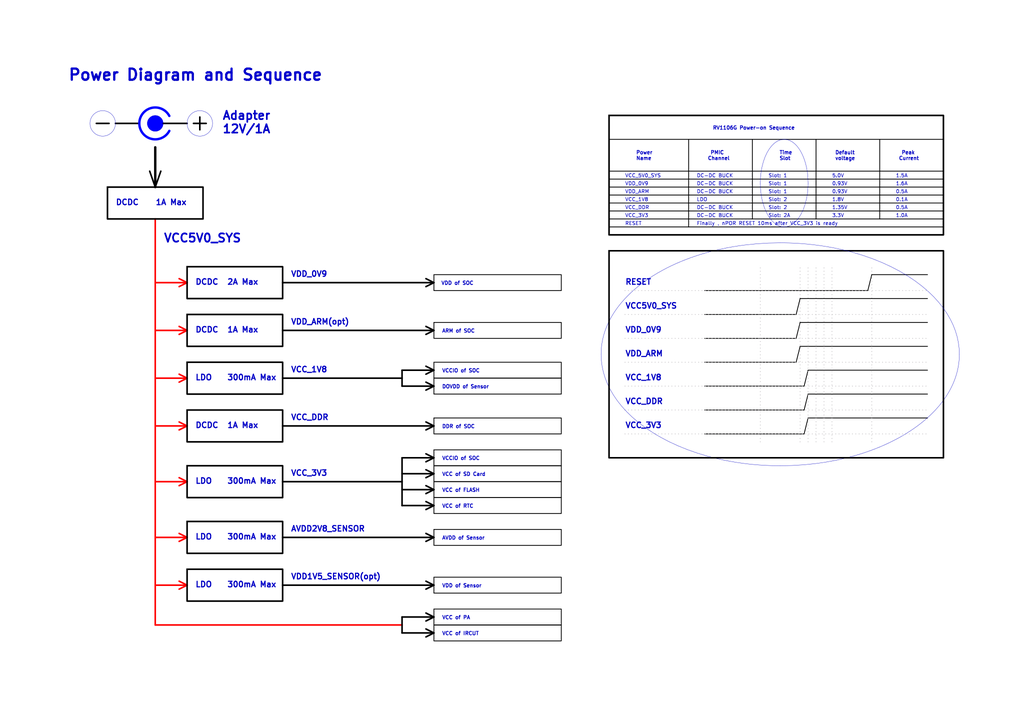
<source format=kicad_sch>
(kicad_sch
	(version 20250114)
	(generator "eeschema")
	(generator_version "9.0")
	(uuid "ead4bb77-1d80-43a1-9205-a84aca9a3201")
	(paper "User" 326.7 231)
	(lib_symbols)
	(rectangle
		(start 90.17 85.09)
		(end 59.69 95.25)
		(stroke
			(width 0.508)
			(type solid)
			(color 0 0 0 1)
		)
		(fill
			(type none)
		)
		(uuid 02864283-096f-4085-88bc-70015e26d6f2)
	)
	(rectangle
		(start 179.07 102.87)
		(end 138.43 107.95)
		(stroke
			(width 0.254)
			(type solid)
			(color 0 0 0 1)
		)
		(fill
			(type none)
		)
		(uuid 07d28281-0304-41cb-a34d-77709f5de818)
	)
	(rectangle
		(start 90.17 115.57)
		(end 59.69 125.73)
		(stroke
			(width 0.508)
			(type solid)
			(color 0 0 0 1)
		)
		(fill
			(type none)
		)
		(uuid 0f82d51f-bb53-4d33-95d8-866b0095a431)
	)
	(rectangle
		(start 179.07 153.67)
		(end 138.43 158.75)
		(stroke
			(width 0.254)
			(type solid)
			(color 0 0 0 1)
		)
		(fill
			(type none)
		)
		(uuid 1900cb85-1193-4b01-a2c2-064e0672859c)
	)
	(bezier
		(pts
			(xy 250.19 44.45) (xy 245.9815 44.45) (xy 242.57 50.7045) (xy 242.57 58.42)
		)
		(stroke
			(width 0.0254)
			(type solid)
		)
		(fill
			(type none)
		)
		(uuid 29edc5d3-d9ac-444d-be5a-369d7f3a4962)
	)
	(rectangle
		(start 179.07 143.51)
		(end 138.43 148.59)
		(stroke
			(width 0.254)
			(type solid)
			(color 0 0 0 1)
		)
		(fill
			(type none)
		)
		(uuid 354c17c2-d72c-447b-8e83-80870f013e47)
	)
	(rectangle
		(start 90.17 166.37)
		(end 59.69 176.53)
		(stroke
			(width 0.508)
			(type solid)
			(color 0 0 0 1)
		)
		(fill
			(type none)
		)
		(uuid 3b42b6bb-4db7-404c-8845-ac2d91f80574)
	)
	(rectangle
		(start 179.07 199.39)
		(end 138.43 204.47)
		(stroke
			(width 0.254)
			(type solid)
			(color 0 0 0 1)
		)
		(fill
			(type none)
		)
		(uuid 4a0588c0-7b20-4870-9a77-005e400a5d34)
	)
	(bezier
		(pts
			(xy 257.81 58.42) (xy 257.81 50.7045) (xy 254.3984 44.45) (xy 250.19 44.45)
		)
		(stroke
			(width 0.0254)
			(type solid)
		)
		(fill
			(type none)
		)
		(uuid 4c58c906-5332-4d6c-959f-066bc49e2d01)
	)
	(rectangle
		(start 179.07 158.75)
		(end 138.43 163.83)
		(stroke
			(width 0.254)
			(type solid)
			(color 0 0 0 1)
		)
		(fill
			(type none)
		)
		(uuid 5efb2271-d64c-4708-a727-c322a41d1ecd)
	)
	(rectangle
		(start 300.99 36.83)
		(end 194.31 74.93)
		(stroke
			(width 0.508)
			(type solid)
			(color 0 0 0 1)
		)
		(fill
			(type none)
		)
		(uuid 62d7358c-e14d-4e53-87cb-41089f441fe9)
	)
	(circle
		(center 63.754 39.37)
		(radius 4.064)
		(stroke
			(width 0.0001)
			(type solid)
		)
		(fill
			(type none)
		)
		(uuid 6ad21ce3-6c09-4efa-b8c3-9fe815aaee40)
	)
	(rectangle
		(start 90.17 100.33)
		(end 59.69 110.49)
		(stroke
			(width 0.508)
			(type solid)
			(color 0 0 0 1)
		)
		(fill
			(type none)
		)
		(uuid 71f4cab9-fe68-4b2c-a7b0-d2f1617ee25e)
	)
	(rectangle
		(start 179.07 184.15)
		(end 138.43 189.23)
		(stroke
			(width 0.254)
			(type solid)
			(color 0 0 0 1)
		)
		(fill
			(type none)
		)
		(uuid 789484bd-5e11-4695-aab3-9443d62f41da)
	)
	(rectangle
		(start 179.07 115.57)
		(end 138.43 120.65)
		(stroke
			(width 0.254)
			(type solid)
			(color 0 0 0 1)
		)
		(fill
			(type none)
		)
		(uuid 7b3071dc-160f-49b8-83f7-8964bf9afc0a)
	)
	(rectangle
		(start 179.07 87.63)
		(end 138.43 92.71)
		(stroke
			(width 0.254)
			(type solid)
			(color 0 0 0 1)
		)
		(fill
			(type none)
		)
		(uuid 7bebf72d-c720-4c94-bddb-cfd3be8f3406)
	)
	(bezier
		(pts
			(xy 248.92 148.59) (xy 280.483 148.59) (xy 306.07 132.6692) (xy 306.07 113.03)
		)
		(stroke
			(width 0.0254)
			(type solid)
		)
		(fill
			(type none)
		)
		(uuid 80b4819b-ec53-4858-b454-bdc3512f2d73)
	)
	(rectangle
		(start 179.07 148.59)
		(end 138.43 153.67)
		(stroke
			(width 0.254)
			(type solid)
			(color 0 0 0 1)
		)
		(fill
			(type none)
		)
		(uuid 813d3a85-ec67-452b-ae7f-abbca0be17db)
	)
	(bezier
		(pts
			(xy 242.57 58.42) (xy 242.57 66.1354) (xy 245.9815 72.39) (xy 250.19 72.39)
		)
		(stroke
			(width 0.0254)
			(type solid)
		)
		(fill
			(type none)
		)
		(uuid 8725196f-e32d-472e-adab-823cdecbc525)
	)
	(arc
		(start 54.0197 41.7468)
		(mid 44.45 39.37)
		(end 54.0197 36.9932)
		(stroke
			(width 0.762)
			(type solid)
			(color 0 0 255 1)
		)
		(fill
			(type none)
		)
		(uuid 92771934-a190-4e69-9c85-9ac551e55e8a)
	)
	(rectangle
		(start 179.07 194.31)
		(end 138.43 199.39)
		(stroke
			(width 0.254)
			(type solid)
			(color 0 0 0 1)
		)
		(fill
			(type none)
		)
		(uuid 931aa0e8-4fe9-4095-9710-8e526b18fbd8)
	)
	(circle
		(center 32.766 39.37)
		(radius 4.064)
		(stroke
			(width 0.0001)
			(type solid)
		)
		(fill
			(type none)
		)
		(uuid 9b7dee85-e2b3-4b91-bcc6-919a1964c3ae)
	)
	(rectangle
		(start 90.17 148.59)
		(end 59.69 158.75)
		(stroke
			(width 0.508)
			(type solid)
			(color 0 0 0 1)
		)
		(fill
			(type none)
		)
		(uuid a0b184e3-7614-409c-a259-6c2e2e071c23)
	)
	(rectangle
		(start 64.77 59.69)
		(end 34.29 69.85)
		(stroke
			(width 0.508)
			(type solid)
			(color 0 0 0 1)
		)
		(fill
			(type none)
		)
		(uuid b1e3d437-e7f3-4068-b1e9-a405ed2374ca)
	)
	(rectangle
		(start 90.17 130.81)
		(end 59.69 140.97)
		(stroke
			(width 0.508)
			(type solid)
			(color 0 0 0 1)
		)
		(fill
			(type none)
		)
		(uuid b64de61c-e5b6-474b-80f9-b5aba1288bf1)
	)
	(rectangle
		(start 300.99 80.01)
		(end 194.31 146.05)
		(stroke
			(width 0.508)
			(type solid)
			(color 0 0 0 1)
		)
		(fill
			(type none)
		)
		(uuid bfdf8e03-c5da-4576-9801-226105eeb6c2)
	)
	(rectangle
		(start 179.07 120.65)
		(end 138.43 125.73)
		(stroke
			(width 0.254)
			(type solid)
			(color 0 0 0 1)
		)
		(fill
			(type none)
		)
		(uuid c1248131-6f5c-47e5-bb4e-9bd3e916da17)
	)
	(bezier
		(pts
			(xy 248.92 77.47) (xy 217.3569 77.47) (xy 191.77 93.3907) (xy 191.77 113.03)
		)
		(stroke
			(width 0.0254)
			(type solid)
		)
		(fill
			(type none)
		)
		(uuid d0cd4f33-5198-46e7-9924-4426e2f88283)
	)
	(bezier
		(pts
			(xy 306.07 113.03) (xy 306.07 93.3907) (xy 280.483 77.47) (xy 248.92 77.47)
		)
		(stroke
			(width 0.0254)
			(type solid)
		)
		(fill
			(type none)
		)
		(uuid d1ded723-6f88-4305-ba5e-d727707622d9)
	)
	(bezier
		(pts
			(xy 191.77 113.03) (xy 191.77 132.6692) (xy 217.3569 148.59) (xy 248.92 148.59)
		)
		(stroke
			(width 0.0254)
			(type solid)
		)
		(fill
			(type none)
		)
		(uuid e02be9ff-35bb-439d-ac8f-a4520e674092)
	)
	(bezier
		(pts
			(xy 250.19 72.39) (xy 254.3984 72.39) (xy 257.81 66.1354) (xy 257.81 58.42)
		)
		(stroke
			(width 0.0254)
			(type solid)
		)
		(fill
			(type none)
		)
		(uuid eb200cb2-cc75-4129-b07a-333a6b777fe5)
	)
	(circle
		(center 49.53 39.37)
		(radius 2.54)
		(stroke
			(width 0.0001)
			(type solid)
		)
		(fill
			(type color)
			(color 0 0 255 1)
		)
		(uuid f2bb3e27-9f7e-4848-8293-554ad711c249)
	)
	(rectangle
		(start 90.17 181.61)
		(end 59.69 191.77)
		(stroke
			(width 0.508)
			(type solid)
			(color 0 0 0 1)
		)
		(fill
			(type none)
		)
		(uuid f6b8b210-2fb6-4595-9691-b54785fe7889)
	)
	(rectangle
		(start 179.07 168.91)
		(end 138.43 173.99)
		(stroke
			(width 0.254)
			(type solid)
			(color 0 0 0 1)
		)
		(fill
			(type none)
		)
		(uuid f955ec7f-2f97-4a03-852d-30f56f5f5091)
	)
	(rectangle
		(start 179.07 133.35)
		(end 138.43 138.43)
		(stroke
			(width 0.254)
			(type solid)
			(color 0 0 0 1)
		)
		(fill
			(type none)
		)
		(uuid fb41becc-d881-4551-9b92-884bc0247aa2)
	)
	(text "VCC_1V8"
		(exclude_from_sim no)
		(at 199.39 64.516 0)
		(effects
			(font
				(size 1.143 1.143)
			)
			(justify left bottom)
		)
		(uuid "01bb573c-bd65-4063-8aa3-375bf7da92e5")
	)
	(text "VCC_DDR"
		(exclude_from_sim no)
		(at 92.71 134.366 0)
		(effects
			(font
				(size 1.778 1.778)
				(thickness 0.3556)
				(bold yes)
			)
			(justify left bottom)
		)
		(uuid "03de0d11-6f4b-48a3-bc8c-b25027bfd280")
	)
	(text "1.5A"
		(exclude_from_sim no)
		(at 285.75 56.896 0)
		(effects
			(font
				(size 1.143 1.143)
			)
			(justify left bottom)
		)
		(uuid "04ad76b6-04ef-473c-9e8f-a40b917a338b")
	)
	(text "0.93V"
		(exclude_from_sim no)
		(at 265.43 61.976 0)
		(effects
			(font
				(size 1.143 1.143)
			)
			(justify left bottom)
		)
		(uuid "04fa9617-2e01-4e17-9d06-5d931f83efcb")
	)
	(text "DC-DC BUCK"
		(exclude_from_sim no)
		(at 222.25 56.896 0)
		(effects
			(font
				(size 1.143 1.143)
			)
			(justify left bottom)
		)
		(uuid "0a08204e-626e-40f2-8b65-b7f71013d478")
	)
	(text "VDD_0V9"
		(exclude_from_sim no)
		(at 92.71 88.646 0)
		(effects
			(font
				(size 1.778 1.778)
				(thickness 0.3556)
				(bold yes)
			)
			(justify left bottom)
		)
		(uuid "0a54eddb-69df-45b7-87d6-ceed3ff78a6f")
	)
	(text "RESET"
		(exclude_from_sim no)
		(at 199.39 91.186 0)
		(effects
			(font
				(size 1.778 1.778)
				(thickness 0.3556)
				(bold yes)
			)
			(justify left bottom)
		)
		(uuid "0aa12081-3952-42ef-8ede-cb6f89033664")
	)
	(text "LDO"
		(exclude_from_sim no)
		(at 62.23 154.686 0)
		(effects
			(font
				(size 1.778 1.778)
				(thickness 0.3556)
				(bold yes)
			)
			(justify left bottom)
		)
		(uuid "0d2a1211-0127-47f1-8a63-0636137a9b95")
	)
	(text "VCC of RTC"
		(exclude_from_sim no)
		(at 140.97 162.306 0)
		(effects
			(font
				(size 1.143 1.143)
				(thickness 0.2286)
				(bold yes)
			)
			(justify left bottom)
		)
		(uuid "0eafb195-aa5e-4885-8b2a-e3c4a0233eec")
	)
	(text "VCC_3V3"
		(exclude_from_sim no)
		(at 199.39 136.906 0)
		(effects
			(font
				(size 1.778 1.778)
				(thickness 0.3556)
				(bold yes)
			)
			(justify left bottom)
		)
		(uuid "12d0b71e-599c-4945-b49e-12049ba360e8")
	)
	(text "DC-DC BUCK"
		(exclude_from_sim no)
		(at 222.25 67.056 0)
		(effects
			(font
				(size 1.143 1.143)
			)
			(justify left bottom)
		)
		(uuid "16c398d1-db54-495c-b129-1a2ac43c894a")
	)
	(text "Slot: 2A"
		(exclude_from_sim no)
		(at 245.11 69.596 0)
		(effects
			(font
				(size 1.143 1.143)
			)
			(justify left bottom)
		)
		(uuid "19578de6-7006-4cb0-8280-c19b9fe18d45")
	)
	(text "DCDC"
		(exclude_from_sim no)
		(at 62.23 106.426 0)
		(effects
			(font
				(size 1.778 1.778)
				(thickness 0.3556)
				(bold yes)
			)
			(justify left bottom)
		)
		(uuid "1a364935-dcd8-46c5-9680-83580190192f")
	)
	(text "1A Max"
		(exclude_from_sim no)
		(at 72.39 106.426 0)
		(effects
			(font
				(size 1.778 1.778)
				(thickness 0.3556)
				(bold yes)
			)
			(justify left bottom)
		)
		(uuid "1cc5c13d-9d9d-4cb4-a3f5-2a8560973a6e")
	)
	(text "VCC of IRCUT"
		(exclude_from_sim no)
		(at 140.97 202.946 0)
		(effects
			(font
				(size 1.143 1.143)
				(thickness 0.2286)
				(bold yes)
			)
			(justify left bottom)
		)
		(uuid "1d407026-cc3e-4d99-ada4-c0122bbf7e5c")
	)
	(text "DCDC"
		(exclude_from_sim no)
		(at 62.23 136.906 0)
		(effects
			(font
				(size 1.778 1.778)
				(thickness 0.3556)
				(bold yes)
			)
			(justify left bottom)
		)
		(uuid "1ded9e25-48c4-43ee-991e-e5dc23192375")
	)
	(text "DCDC"
		(exclude_from_sim no)
		(at 36.83 65.786 0)
		(effects
			(font
				(size 1.778 1.778)
				(thickness 0.3556)
				(bold yes)
			)
			(justify left bottom)
		)
		(uuid "20bce129-9c40-4ad6-9cae-f845c28c8158")
	)
	(text "1.6A"
		(exclude_from_sim no)
		(at 285.75 59.436 0)
		(effects
			(font
				(size 1.143 1.143)
			)
			(justify left bottom)
		)
		(uuid "2c37a498-20df-4c95-ad0e-34c4971e62e6")
	)
	(text "VCC_DDR"
		(exclude_from_sim no)
		(at 199.39 129.286 0)
		(effects
			(font
				(size 1.778 1.778)
				(thickness 0.3556)
				(bold yes)
			)
			(justify left bottom)
		)
		(uuid "2c3f3cde-5733-4209-a01f-3a9796e44918")
	)
	(text "VDD_0V9"
		(exclude_from_sim no)
		(at 199.39 59.436 0)
		(effects
			(font
				(size 1.143 1.143)
			)
			(justify left bottom)
		)
		(uuid "375f2a05-d86f-41cd-9640-f6c699602aa5")
	)
	(text "VCC of SD Card"
		(exclude_from_sim no)
		(at 140.97 152.146 0)
		(effects
			(font
				(size 1.143 1.143)
				(thickness 0.2286)
				(bold yes)
			)
			(justify left bottom)
		)
		(uuid "37b47b0c-1561-4669-be9f-7815cb9cdab4")
	)
	(text "ARM of SOC"
		(exclude_from_sim no)
		(at 140.97 106.426 0)
		(effects
			(font
				(size 1.143 1.143)
				(thickness 0.2286)
				(bold yes)
			)
			(justify left bottom)
		)
		(uuid "3c4a8e66-f8b8-4254-87a4-0582dd82719d")
	)
	(text "DCDC"
		(exclude_from_sim no)
		(at 62.23 91.186 0)
		(effects
			(font
				(size 1.778 1.778)
				(thickness 0.3556)
				(bold yes)
			)
			(justify left bottom)
		)
		(uuid "41685db7-2d76-4d4e-bf57-a727df4f82b8")
	)
	(text "0.1A"
		(exclude_from_sim no)
		(at 285.75 64.516 0)
		(effects
			(font
				(size 1.143 1.143)
			)
			(justify left bottom)
		)
		(uuid "4fc68733-12e2-4b03-830a-443b305c4249")
	)
	(text "LDO"
		(exclude_from_sim no)
		(at 222.25 64.516 0)
		(effects
			(font
				(size 1.143 1.143)
			)
			(justify left bottom)
		)
		(uuid "52835465-647f-4959-b0eb-ff7e6a3a4936")
	)
	(text "1A Max"
		(exclude_from_sim no)
		(at 72.39 136.906 0)
		(effects
			(font
				(size 1.778 1.778)
				(thickness 0.3556)
				(bold yes)
			)
			(justify left bottom)
		)
		(uuid "559bbbff-f327-4666-a993-ba423e45cbc8")
	)
	(text "LDO"
		(exclude_from_sim no)
		(at 62.23 172.466 0)
		(effects
			(font
				(size 1.778 1.778)
				(thickness 0.3556)
				(bold yes)
			)
			(justify left bottom)
		)
		(uuid "59869374-1e14-4e4b-bebc-8157d913e4a6")
	)
	(text "VDD_ARM"
		(exclude_from_sim no)
		(at 199.39 114.046 0)
		(effects
			(font
				(size 1.778 1.778)
				(thickness 0.3556)
				(bold yes)
			)
			(justify left bottom)
		)
		(uuid "6630bfd4-52a0-4dab-9c1e-36cf71f0188e")
	)
	(text "DC-DC BUCK"
		(exclude_from_sim no)
		(at 222.25 69.596 0)
		(effects
			(font
				(size 1.143 1.143)
			)
			(justify left bottom)
		)
		(uuid "67fabc7c-031c-467a-9bb0-82dbacff50a3")
	)
	(text "1.0A"
		(exclude_from_sim no)
		(at 285.75 69.596 0)
		(effects
			(font
				(size 1.143 1.143)
			)
			(justify left bottom)
		)
		(uuid "6bbb5bd9-02b3-454c-820f-f603a2b76126")
	)
	(text "RV1106G Power-on Sequence"
		(exclude_from_sim no)
		(at 227.33 41.656 0)
		(effects
			(font
				(size 1.143 1.143)
				(thickness 0.2286)
				(bold yes)
			)
			(justify left bottom)
		)
		(uuid "6d56d9b5-d14f-47d8-929f-db11cf81a0bd")
	)
	(text "Slot: 1"
		(exclude_from_sim no)
		(at 245.11 59.436 0)
		(effects
			(font
				(size 1.143 1.143)
			)
			(justify left bottom)
		)
		(uuid "6f057fd2-14e4-4c23-b3ac-9b39020e3f5a")
	)
	(text "Slot: 1"
		(exclude_from_sim no)
		(at 245.11 56.896 0)
		(effects
			(font
				(size 1.143 1.143)
			)
			(justify left bottom)
		)
		(uuid "7065ab00-aee0-4c59-8a81-89ad5f61e835")
	)
	(text "300mA Max"
		(exclude_from_sim no)
		(at 72.39 121.666 0)
		(effects
			(font
				(size 1.778 1.778)
				(thickness 0.3556)
				(bold yes)
			)
			(justify left bottom)
		)
		(uuid "74bbcfc6-2879-4b0e-9fe8-51b43452a872")
	)
	(text "RESET"
		(exclude_from_sim no)
		(at 199.39 72.136 0)
		(effects
			(font
				(size 1.143 1.143)
			)
			(justify left bottom)
		)
		(uuid "794236da-65b4-4710-81e9-322e77c62385")
	)
	(text "VDD_ARM(opt)"
		(exclude_from_sim no)
		(at 92.71 103.886 0)
		(effects
			(font
				(size 1.778 1.778)
				(thickness 0.3556)
				(bold yes)
			)
			(justify left bottom)
		)
		(uuid "796f2c5e-3d2e-4dc8-9be0-fdffab79bd93")
	)
	(text "300mA Max"
		(exclude_from_sim no)
		(at 72.39 172.466 0)
		(effects
			(font
				(size 1.778 1.778)
				(thickness 0.3556)
				(bold yes)
			)
			(justify left bottom)
		)
		(uuid "80e0fbf2-452c-4b26-9adc-9a752c6f5194")
	)
	(text "LDO"
		(exclude_from_sim no)
		(at 62.23 187.706 0)
		(effects
			(font
				(size 1.778 1.778)
				(thickness 0.3556)
				(bold yes)
			)
			(justify left bottom)
		)
		(uuid "83b03dc6-4249-4809-a87b-45223e72f075")
	)
	(text "Slot: 1"
		(exclude_from_sim no)
		(at 245.11 61.976 0)
		(effects
			(font
				(size 1.143 1.143)
			)
			(justify left bottom)
		)
		(uuid "875bc5f1-c647-41e0-a326-4d81627851eb")
	)
	(text "VCC5V0_SYS"
		(exclude_from_sim no)
		(at 52.07 77.724 0)
		(effects
			(font
				(size 2.667 2.667)
				(thickness 0.5334)
				(bold yes)
			)
			(justify left bottom)
		)
		(uuid "9174a51d-42d6-4152-8fc5-1317b0c257b0")
	)
	(text "1.8V"
		(exclude_from_sim no)
		(at 265.43 64.516 0)
		(effects
			(font
				(size 1.143 1.143)
			)
			(justify left bottom)
		)
		(uuid "935fb739-b23d-4d24-b041-d824fa406c34")
	)
	(text "DOVDD of Sensor"
		(exclude_from_sim no)
		(at 140.97 124.206 0)
		(effects
			(font
				(size 1.143 1.143)
				(thickness 0.2286)
				(bold yes)
			)
			(justify left bottom)
		)
		(uuid "93d10bd9-a547-4934-8191-39b3fcc4858d")
	)
	(text "0.5A"
		(exclude_from_sim no)
		(at 285.75 67.056 0)
		(effects
			(font
				(size 1.143 1.143)
			)
			(justify left bottom)
		)
		(uuid "94586a89-769e-42f0-acc3-68226e92f47e")
	)
	(text "VCC_3V3"
		(exclude_from_sim no)
		(at 92.71 152.146 0)
		(effects
			(font
				(size 1.778 1.778)
				(thickness 0.3556)
				(bold yes)
			)
			(justify left bottom)
		)
		(uuid "9a2ddd0c-0ace-4e84-9cc8-992f8bb9d191")
	)
	(text "VCC_1V8"
		(exclude_from_sim no)
		(at 92.71 119.126 0)
		(effects
			(font
				(size 1.778 1.778)
				(thickness 0.3556)
				(bold yes)
			)
			(justify left bottom)
		)
		(uuid "9a619fdd-5ca1-402b-bec4-6b3ec723799a")
	)
	(text "3.3V"
		(exclude_from_sim no)
		(at 265.43 69.596 0)
		(effects
			(font
				(size 1.143 1.143)
			)
			(justify left bottom)
		)
		(uuid "9bd3a521-6b00-435d-bd3a-6b5e4571f95e")
	)
	(text "VDD of SOC"
		(exclude_from_sim no)
		(at 140.716 91.186 0)
		(effects
			(font
				(size 1.143 1.143)
				(thickness 0.2286)
				(bold yes)
			)
			(justify left bottom)
		)
		(uuid "9bdcf04b-198d-49b7-8871-8d026e49512b")
	)
	(text "Slot: 2"
		(exclude_from_sim no)
		(at 245.11 67.056 0)
		(effects
			(font
				(size 1.143 1.143)
			)
			(justify left bottom)
		)
		(uuid "9ced8c7a-2914-4d53-94ad-11547b04c55a")
	)
	(text "VCC_5V0_SYS"
		(exclude_from_sim no)
		(at 199.39 56.896 0)
		(effects
			(font
				(size 1.143 1.143)
			)
			(justify left bottom)
		)
		(uuid "9f3a87d0-357c-4175-961a-ac9a92683db4")
	)
	(text "VCC of PA"
		(exclude_from_sim no)
		(at 140.97 197.866 0)
		(effects
			(font
				(size 1.143 1.143)
				(thickness 0.2286)
				(bold yes)
			)
			(justify left bottom)
		)
		(uuid "a8168e1d-bea9-4dd0-9f63-452c7fcd1fac")
	)
	(text "VCC_1V8"
		(exclude_from_sim no)
		(at 199.39 121.666 0)
		(effects
			(font
				(size 1.778 1.778)
				(thickness 0.3556)
				(bold yes)
			)
			(justify left bottom)
		)
		(uuid "b04dc25e-3e88-4da1-8a18-f4c1e313f342")
	)
	(text "VDD of Sensor"
		(exclude_from_sim no)
		(at 140.97 187.706 0)
		(effects
			(font
				(size 1.143 1.143)
				(thickness 0.2286)
				(bold yes)
			)
			(justify left bottom)
		)
		(uuid "b2495977-d7d6-4467-9f7e-f61df4fdccec")
	)
	(text "Finally , nPOR RESET 10ms after VCC_3V3 is ready"
		(exclude_from_sim no)
		(at 222.25 72.136 0)
		(effects
			(font
				(size 1.143 1.143)
			)
			(justify left bottom)
		)
		(uuid "b31c6851-714f-4a03-8cfc-b3e1f529b53a")
	)
	(text "2A Max"
		(exclude_from_sim no)
		(at 72.39 91.186 0)
		(effects
			(font
				(size 1.778 1.778)
				(thickness 0.3556)
				(bold yes)
			)
			(justify left bottom)
		)
		(uuid "b749edc0-ccb0-48ce-bc78-f7c5bc1df455")
	)
	(text "300mA Max"
		(exclude_from_sim no)
		(at 72.39 187.706 0)
		(effects
			(font
				(size 1.778 1.778)
				(thickness 0.3556)
				(bold yes)
			)
			(justify left bottom)
		)
		(uuid "bcd00404-8168-4ed2-8103-cd7766364a67")
	)
	(text "VDD_0V9"
		(exclude_from_sim no)
		(at 199.39 106.426 0)
		(effects
			(font
				(size 1.778 1.778)
				(thickness 0.3556)
				(bold yes)
			)
			(justify left bottom)
		)
		(uuid "c18d5b74-d794-495f-aeaf-a46e8b433b94")
	)
	(text "5.0V"
		(exclude_from_sim no)
		(at 265.43 56.896 0)
		(effects
			(font
				(size 1.143 1.143)
			)
			(justify left bottom)
		)
		(uuid "c2461042-3e3c-4409-b51f-048ec349b852")
	)
	(text "DC-DC BUCK"
		(exclude_from_sim no)
		(at 222.25 59.436 0)
		(effects
			(font
				(size 1.143 1.143)
			)
			(justify left bottom)
		)
		(uuid "c68c6f08-63f8-4faf-9409-bc49881d27a0")
	)
	(text "Slot: 2"
		(exclude_from_sim no)
		(at 245.11 64.516 0)
		(effects
			(font
				(size 1.143 1.143)
			)
			(justify left bottom)
		)
		(uuid "c8830e63-ad74-42b4-9923-b665f02598b7")
	)
	(text "DDR of SOC"
		(exclude_from_sim no)
		(at 140.97 136.906 0)
		(effects
			(font
				(size 1.143 1.143)
				(thickness 0.2286)
				(bold yes)
			)
			(justify left bottom)
		)
		(uuid "c93f45f5-ac62-4b8c-83c8-85e0a8fb8485")
	)
	(text "DC-DC BUCK"
		(exclude_from_sim no)
		(at 222.25 61.976 0)
		(effects
			(font
				(size 1.143 1.143)
			)
			(justify left bottom)
		)
		(uuid "d06b3b0c-9556-4f9c-85fc-be4d6708e0a9")
	)
	(text "VCCIO of SOC"
		(exclude_from_sim no)
		(at 140.97 119.126 0)
		(effects
			(font
				(size 1.143 1.143)
				(thickness 0.2286)
				(bold yes)
			)
			(justify left bottom)
		)
		(uuid "d893fadc-122d-4017-abbb-85b5b10a8312")
	)
	(text "AVDD2V8_SENSOR"
		(exclude_from_sim no)
		(at 92.71 169.926 0)
		(effects
			(font
				(size 1.778 1.778)
				(thickness 0.3556)
				(bold yes)
			)
			(justify left bottom)
		)
		(uuid "de7fd899-86b6-4654-9e13-19a715dd268f")
	)
	(text "VCC5V0_SYS"
		(exclude_from_sim no)
		(at 199.39 98.806 0)
		(effects
			(font
				(size 1.778 1.778)
				(thickness 0.3556)
				(bold yes)
			)
			(justify left bottom)
		)
		(uuid "df50cf0f-1ca5-48b4-ba5f-8aa5a789aa13")
	)
	(text "VCC_3V3"
		(exclude_from_sim no)
		(at 199.39 69.596 0)
		(effects
			(font
				(size 1.143 1.143)
			)
			(justify left bottom)
		)
		(uuid "e11ad589-90fd-4323-8eb7-1df10d80879b")
	)
	(text "300mA Max"
		(exclude_from_sim no)
		(at 72.39 154.686 0)
		(effects
			(font
				(size 1.778 1.778)
				(thickness 0.3556)
				(bold yes)
			)
			(justify left bottom)
		)
		(uuid "e2558a42-0184-4f2a-b245-00094f16ba40")
	)
	(text "AVDD of Sensor"
		(exclude_from_sim no)
		(at 140.97 172.466 0)
		(effects
			(font
				(size 1.143 1.143)
				(thickness 0.2286)
				(bold yes)
			)
			(justify left bottom)
		)
		(uuid "e2c6c9a6-cea6-4679-9b2b-0794e795ceed")
	)
	(text "VDD_ARM"
		(exclude_from_sim no)
		(at 199.39 61.976 0)
		(effects
			(font
				(size 1.143 1.143)
			)
			(justify left bottom)
		)
		(uuid "e4ed842d-3dd6-4e05-866b-6cb960857a4a")
	)
	(text "VCC_DDR"
		(exclude_from_sim no)
		(at 199.39 67.056 0)
		(effects
			(font
				(size 1.143 1.143)
			)
			(justify left bottom)
		)
		(uuid "e583a607-b3e9-43b0-9231-cd728369f992")
	)
	(text "0.5A"
		(exclude_from_sim no)
		(at 285.75 61.976 0)
		(effects
			(font
				(size 1.143 1.143)
			)
			(justify left bottom)
		)
		(uuid "e6fad8dc-a935-42a8-bed0-70bbeb30bca5")
	)
	(text "LDO"
		(exclude_from_sim no)
		(at 62.23 121.666 0)
		(effects
			(font
				(size 1.778 1.778)
				(thickness 0.3556)
				(bold yes)
			)
			(justify left bottom)
		)
		(uuid "ea500450-4733-42f5-ac57-1f7ca5fbe1a5")
	)
	(text "Power Diagram and Sequence"
		(exclude_from_sim no)
		(at 21.59 26.162 0)
		(effects
			(font
				(size 3.556 3.556)
				(thickness 0.7112)
				(bold yes)
			)
			(justify left bottom)
		)
		(uuid "ecc078a1-9a9a-4764-9c71-c3b12a4ae68f")
	)
	(text "1A Max"
		(exclude_from_sim no)
		(at 49.53 65.786 0)
		(effects
			(font
				(size 1.778 1.778)
				(thickness 0.3556)
				(bold yes)
			)
			(justify left bottom)
		)
		(uuid "efcc3593-e2f8-41d3-ab79-156ee8e6c20b")
	)
	(text "VDD1V5_SENSOR(opt)"
		(exclude_from_sim no)
		(at 92.71 185.166 0)
		(effects
			(font
				(size 1.778 1.778)
				(thickness 0.3556)
				(bold yes)
			)
			(justify left bottom)
		)
		(uuid "f234ab61-6f63-46e7-8f2d-cdbbdd358969")
	)
	(text "VCCIO of SOC"
		(exclude_from_sim no)
		(at 140.97 147.066 0)
		(effects
			(font
				(size 1.143 1.143)
				(thickness 0.2286)
				(bold yes)
			)
			(justify left bottom)
		)
		(uuid "f37bb55e-1897-4b75-a73d-59db012126bd")
	)
	(text "1.35V"
		(exclude_from_sim no)
		(at 265.43 67.056 0)
		(effects
			(font
				(size 1.143 1.143)
			)
			(justify left bottom)
		)
		(uuid "f6dc440c-fb51-41ee-8ebd-51b848dfa8cc")
	)
	(text "0.93V"
		(exclude_from_sim no)
		(at 265.43 59.436 0)
		(effects
			(font
				(size 1.143 1.143)
			)
			(justify left bottom)
		)
		(uuid "ff81ed0b-e4d9-4dff-827b-1afe4d6b9a21")
	)
	(text "VCC of FLASH"
		(exclude_from_sim no)
		(at 140.97 157.226 0)
		(effects
			(font
				(size 1.143 1.143)
				(thickness 0.2286)
				(bold yes)
			)
			(justify left bottom)
		)
		(uuid "ff9ef30b-84a0-44bc-b5a2-3bd49dc9afef")
	)
	(text_box "Time\nSlot"
		(exclude_from_sim no)
		(at 253.238 51.562 0)
		(size -5.588 -4.572)
		(margins 0.9525 0.9525 0.9525 0.9525)
		(stroke
			(width -0.0001)
			(type default)
			(color 0 0 0 1)
		)
		(fill
			(type none)
		)
		(effects
			(font
				(size 1.143 1.143)
				(thickness 0.2286)
				(bold yes)
			)
			(justify left top)
		)
		(uuid "3899e253-7c32-4523-aacd-d1c2d05a49bf")
	)
	(text_box "Power\nName"
		(exclude_from_sim no)
		(at 208.788 51.562 0)
		(size -6.858 -4.572)
		(margins 0.9525 0.9525 0.9525 0.9525)
		(stroke
			(width -0.0001)
			(type default)
			(color 0 0 0 1)
		)
		(fill
			(type none)
		)
		(effects
			(font
				(size 1.143 1.143)
				(thickness 0.2286)
				(bold yes)
			)
			(justify left top)
		)
		(uuid "57ebdef1-166b-4eff-8f4f-459456f3f57b")
	)
	(text_box "Default\nvoltage"
		(exclude_from_sim no)
		(at 274.828 51.562 0)
		(size -9.398 -4.572)
		(margins 0.9525 0.9525 0.9525 0.9525)
		(stroke
			(width -0.0001)
			(type default)
			(color 0 0 0 1)
		)
		(fill
			(type none)
		)
		(effects
			(font
				(size 1.143 1.143)
				(thickness 0.2286)
				(bold yes)
			)
			(justify left top)
		)
		(uuid "721a7f1e-f47f-40a0-9db5-e2c16bda0022")
	)
	(text_box " Peak\nCurrent"
		(exclude_from_sim no)
		(at 295.148 51.562 0)
		(size -9.398 -4.572)
		(margins 0.9525 0.9525 0.9525 0.9525)
		(stroke
			(width -0.0001)
			(type default)
			(color 0 0 0 1)
		)
		(fill
			(type none)
		)
		(effects
			(font
				(size 1.143 1.143)
				(thickness 0.2286)
				(bold yes)
			)
			(justify left top)
		)
		(uuid "af7488e7-6488-48c1-9cc6-d0bd7ac2c432")
	)
	(text_box "Adapter\n12V/1A"
		(exclude_from_sim no)
		(at 92.71 44.958 0)
		(size -22.86 -10.668)
		(margins 0.9525 0.9525 0.9525 0.9525)
		(stroke
			(width -0.0001)
			(type default)
			(color 0 0 0 1)
		)
		(fill
			(type none)
		)
		(effects
			(font
				(size 2.667 2.667)
				(thickness 0.5334)
				(bold yes)
			)
			(justify left top)
		)
		(uuid "c706e6dd-a466-4745-9590-f9fe4bd4699e")
	)
	(text_box " PMIC\nChannel"
		(exclude_from_sim no)
		(at 234.188 51.562 0)
		(size -9.398 -4.572)
		(margins 0.9525 0.9525 0.9525 0.9525)
		(stroke
			(width -0.0001)
			(type default)
			(color 0 0 0 1)
		)
		(fill
			(type none)
		)
		(effects
			(font
				(size 1.143 1.143)
				(thickness 0.2286)
				(bold yes)
			)
			(justify left top)
		)
		(uuid "ebda995e-9f05-4d2f-868d-bbedaa08961c")
	)
	(polyline
		(pts
			(xy 255.27 140.97) (xy 255.27 85.09)
		)
		(stroke
			(width 0.254)
			(type dot)
			(color 198 195 198 1)
		)
		(uuid "0169b67a-5367-473f-b6ec-e8a529e9ae64")
	)
	(polyline
		(pts
			(xy 138.43 161.29) (xy 135.89 160.02)
		)
		(stroke
			(width 0.508)
			(type solid)
			(color 0 0 0 1)
		)
		(uuid "02b3142b-7abc-4770-8319-2da4eac975f6")
	)
	(polyline
		(pts
			(xy 255.27 102.87) (xy 254 107.95)
		)
		(stroke
			(width 0.254)
			(type solid)
			(color 0 0 0 1)
		)
		(uuid "037b14e2-327a-4d21-a7bf-90633aa12719")
	)
	(polyline
		(pts
			(xy 57.15 106.68) (xy 59.69 105.41)
		)
		(stroke
			(width 0.508)
			(type solid)
			(color 255 0 0 1)
		)
		(uuid "08ad8da9-9efc-4984-80af-786f7cc6f49a")
	)
	(polyline
		(pts
			(xy 135.89 119.38) (xy 138.43 118.11)
		)
		(stroke
			(width 0.508)
			(type solid)
			(color 0 0 0 1)
		)
		(uuid "0a2bd123-a2e1-4f27-8793-ca24c78b4558")
	)
	(polyline
		(pts
			(xy 199.39 138.43) (xy 295.91 138.43)
		)
		(stroke
			(width 0.254)
			(type dot)
			(color 198 195 198 1)
		)
		(uuid "0f24ff7a-7f32-42bb-8a1e-d1ef21ea0537")
	)
	(polyline
		(pts
			(xy 257.81 118.11) (xy 295.91 118.11)
		)
		(stroke
			(width 0.254)
			(type solid)
			(color 0 0 0 1)
		)
		(uuid "0f2f8620-8ea6-4ce1-938d-e94b4c9ff3d8")
	)
	(polyline
		(pts
			(xy 135.89 137.16) (xy 138.43 135.89)
		)
		(stroke
			(width 0.508)
			(type solid)
			(color 0 0 0 1)
		)
		(uuid "12925281-e85f-4a5e-89f6-2cb493f41637")
	)
	(polyline
		(pts
			(xy 257.81 118.11) (xy 256.54 123.19)
		)
		(stroke
			(width 0.254)
			(type solid)
			(color 0 0 0 1)
		)
		(uuid "1558660f-503f-41b6-8431-44cdbec99cdd")
	)
	(polyline
		(pts
			(xy 194.31 69.85) (xy 300.99 69.85)
		)
		(stroke
			(width 0.254)
			(type solid)
			(color 0 0 0 1)
		)
		(uuid "16b48e44-3839-404c-b4d9-7622d693a12d")
	)
	(polyline
		(pts
			(xy 138.43 156.21) (xy 135.89 154.94)
		)
		(stroke
			(width 0.508)
			(type solid)
			(color 0 0 0 1)
		)
		(uuid "1a295ad2-9fad-468a-9363-b8b988550b4d")
	)
	(polyline
		(pts
			(xy 224.79 115.57) (xy 254 115.57)
		)
		(stroke
			(width 0.254)
			(type solid)
			(color 0 0 0 1)
		)
		(uuid "1afde2a0-40d4-44c6-9f51-3e41a5f3e6d4")
	)
	(polyline
		(pts
			(xy 49.53 171.45) (xy 59.69 171.45)
		)
		(stroke
			(width 0.508)
			(type solid)
			(color 255 0 0 1)
		)
		(uuid "1d4a6df3-be6a-478b-8c91-dc5c7fc6d577")
	)
	(polyline
		(pts
			(xy 135.89 124.46) (xy 138.43 123.19)
		)
		(stroke
			(width 0.508)
			(type solid)
			(color 0 0 0 1)
		)
		(uuid "1d56e6e6-015f-4f17-923e-cf1a795537a0")
	)
	(polyline
		(pts
			(xy 199.39 115.57) (xy 295.91 115.57)
		)
		(stroke
			(width 0.254)
			(type dot)
			(color 198 195 198 1)
		)
		(uuid "1dced67e-c1e0-48d6-b12a-46223ada0f86")
	)
	(polyline
		(pts
			(xy 135.89 152.4) (xy 138.43 151.13)
		)
		(stroke
			(width 0.508)
			(type solid)
			(color 0 0 0 1)
		)
		(uuid "271964b8-12a7-4573-b6ac-d2bd90c43c1b")
	)
	(polyline
		(pts
			(xy 49.53 59.69) (xy 51.308 54.61)
		)
		(stroke
			(width 0.508)
			(type solid)
			(color 0 0 0 1)
		)
		(uuid "295c726d-08d1-4c61-ad37-271057e3ca65")
	)
	(polyline
		(pts
			(xy 59.69 120.65) (xy 57.15 119.38)
		)
		(stroke
			(width 0.508)
			(type solid)
			(color 255 0 0 1)
		)
		(uuid "2a8bc70a-045e-4563-9441-b103706bc21e")
	)
	(polyline
		(pts
			(xy 49.53 105.41) (xy 59.69 105.41)
		)
		(stroke
			(width 0.508)
			(type solid)
			(color 255 0 0 1)
		)
		(uuid "2a95e533-283f-45f2-aa09-5e9688e9b584")
	)
	(polyline
		(pts
			(xy 49.53 199.39) (xy 49.53 69.85)
		)
		(stroke
			(width 0.508)
			(type solid)
			(color 255 0 0 1)
		)
		(uuid "2ceec6a6-7981-4886-9b76-f64a087f119f")
	)
	(polyline
		(pts
			(xy 128.27 146.05) (xy 138.43 146.05)
		)
		(stroke
			(width 0.508)
			(type solid)
			(color 0 0 0 1)
		)
		(uuid "2d9705f2-c0b8-49c4-af7b-65e8ee267cf6")
	)
	(polyline
		(pts
			(xy 265.43 140.97) (xy 265.43 85.09)
		)
		(stroke
			(width 0.254)
			(type dot)
			(color 198 195 198 1)
		)
		(uuid "2db88776-2629-4871-8868-862aca4561c5")
	)
	(polyline
		(pts
			(xy 224.79 123.19) (xy 256.54 123.19)
		)
		(stroke
			(width 0.254)
			(type solid)
			(color 0 0 0 1)
		)
		(uuid "306120ef-dd11-4fd1-9b47-b66a1c6bd323")
	)
	(polyline
		(pts
			(xy 242.57 140.97) (xy 242.57 85.09)
		)
		(stroke
			(width 0.254)
			(type dot)
			(color 198 195 198 1)
		)
		(uuid "363ceb6c-afb5-46fd-a8cf-6212d457aea5")
	)
	(polyline
		(pts
			(xy 255.27 95.25) (xy 254 100.33)
		)
		(stroke
			(width 0.254)
			(type solid)
			(color 0 0 0 1)
		)
		(uuid "3b9ea290-b5b1-4834-9ef7-3aaf45dac7b3")
	)
	(polyline
		(pts
			(xy 128.27 161.29) (xy 138.43 161.29)
		)
		(stroke
			(width 0.508)
			(type solid)
			(color 0 0 0 1)
		)
		(uuid "40315e00-1052-40f3-b2ee-b7a35af35e45")
	)
	(polyline
		(pts
			(xy 224.79 130.81) (xy 256.54 130.81)
		)
		(stroke
			(width 0.254)
			(type solid)
			(color 0 0 0 1)
		)
		(uuid "43668d04-b438-4b87-bebe-0a4da1aa7aa6")
	)
	(polyline
		(pts
			(xy 128.27 123.19) (xy 128.27 118.11)
		)
		(stroke
			(width 0.508)
			(type solid)
			(color 0 0 0 1)
		)
		(uuid "451706ab-6dda-4992-9a1c-e6ce16bbfdc6")
	)
	(polyline
		(pts
			(xy 255.27 110.49) (xy 295.91 110.49)
		)
		(stroke
			(width 0.254)
			(type solid)
			(color 0 0 0 1)
		)
		(uuid "46876e7c-97f1-4879-820d-f7a4ec2e1b63")
	)
	(polyline
		(pts
			(xy 194.31 44.45) (xy 300.99 44.45)
		)
		(stroke
			(width 0.254)
			(type solid)
			(color 0 0 0 1)
		)
		(uuid "46998184-af62-448c-9b4c-d221b35187b1")
	)
	(polyline
		(pts
			(xy 49.53 135.89) (xy 59.69 135.89)
		)
		(stroke
			(width 0.508)
			(type solid)
			(color 255 0 0 1)
		)
		(uuid "4713d7d3-46a0-4dfc-9e8b-ae29021af182")
	)
	(polyline
		(pts
			(xy 49.53 153.67) (xy 59.69 153.67)
		)
		(stroke
			(width 0.508)
			(type solid)
			(color 255 0 0 1)
		)
		(uuid "47ccf165-1740-4403-ad69-99fecb5da737")
	)
	(polyline
		(pts
			(xy 128.27 201.93) (xy 138.43 201.93)
		)
		(stroke
			(width 0.508)
			(type solid)
			(color 0 0 0 1)
		)
		(uuid "4aba7c71-3826-415b-a9dd-65668503a7a9")
	)
	(polyline
		(pts
			(xy 262.89 140.97) (xy 262.89 85.09)
		)
		(stroke
			(width 0.254)
			(type dot)
			(color 198 195 198 1)
		)
		(uuid "4c289a97-882c-4b1b-af9c-634ddb1b959b")
	)
	(polyline
		(pts
			(xy 59.69 153.67) (xy 57.15 152.4)
		)
		(stroke
			(width 0.508)
			(type solid)
			(color 255 0 0 1)
		)
		(uuid "4cdfe1f2-b415-4cb9-b1cf-1287a4b5f9b3")
	)
	(polyline
		(pts
			(xy 59.69 171.45) (xy 57.15 170.18)
		)
		(stroke
			(width 0.508)
			(type solid)
			(color 255 0 0 1)
		)
		(uuid "4fb3e6b9-76dd-4e38-b81c-ff2a6cc12b79")
	)
	(polyline
		(pts
			(xy 257.81 140.97) (xy 257.81 85.09)
		)
		(stroke
			(width 0.254)
			(type dot)
			(color 198 195 198 1)
		)
		(uuid "516fc5fb-8471-4861-b39d-54d0cd5f672d")
	)
	(polyline
		(pts
			(xy 135.89 147.32) (xy 138.43 146.05)
		)
		(stroke
			(width 0.508)
			(type solid)
			(color 0 0 0 1)
		)
		(uuid "55d68917-48f4-4246-9a37-c5e7884ae843")
	)
	(polyline
		(pts
			(xy 90.17 186.69) (xy 138.43 186.69)
		)
		(stroke
			(width 0.508)
			(type solid)
			(color 0 0 0 1)
		)
		(uuid "568c9e94-e114-4e0d-9fc9-90117c91ab30")
	)
	(polyline
		(pts
			(xy 138.43 196.85) (xy 135.89 195.58)
		)
		(stroke
			(width 0.508)
			(type solid)
			(color 0 0 0 1)
		)
		(uuid "588e7642-5e32-4850-b603-1d852df5b386")
	)
	(polyline
		(pts
			(xy 49.53 120.65) (xy 59.69 120.65)
		)
		(stroke
			(width 0.508)
			(type solid)
			(color 255 0 0 1)
		)
		(uuid "59e63ad2-96ca-40eb-ade2-4ae1aab6ecab")
	)
	(polyline
		(pts
			(xy 57.15 91.44) (xy 59.69 90.17)
		)
		(stroke
			(width 0.508)
			(type solid)
			(color 255 0 0 1)
		)
		(uuid "5e4fe2b4-9632-4d3a-bac1-6a307b72a26d")
	)
	(polyline
		(pts
			(xy 128.27 156.21) (xy 138.43 156.21)
		)
		(stroke
			(width 0.508)
			(type solid)
			(color 0 0 0 1)
		)
		(uuid "5f755fe7-5a88-453f-9247-ff463d84893c")
	)
	(polyline
		(pts
			(xy 49.53 46.99) (xy 49.53 59.69)
		)
		(stroke
			(width 0.762)
			(type solid)
			(color 0 0 0 1)
		)
		(uuid "61de5af6-e49d-44a3-901d-5dd537f84107")
	)
	(polyline
		(pts
			(xy 194.31 67.31) (xy 300.99 67.31)
		)
		(stroke
			(width 0.254)
			(type solid)
			(color 0 0 0 1)
		)
		(uuid "62be176e-c933-4e0f-9df2-b98b5759e6bf")
	)
	(polyline
		(pts
			(xy 194.31 72.39) (xy 300.99 72.39)
		)
		(stroke
			(width 0.254)
			(type solid)
			(color 0 0 0 1)
		)
		(uuid "63d7fcb2-4cc0-461f-a9cd-02e49eb75c87")
	)
	(polyline
		(pts
			(xy 257.81 125.73) (xy 295.91 125.73)
		)
		(stroke
			(width 0.254)
			(type solid)
			(color 0 0 0 1)
		)
		(uuid "64722bfa-6cf3-477f-8fe0-3848f7d74c47")
	)
	(polyline
		(pts
			(xy 199.39 100.33) (xy 295.91 100.33)
		)
		(stroke
			(width 0.254)
			(type dot)
			(color 198 195 198 1)
		)
		(uuid "64877082-fb62-43f6-8c37-dd7735771f95")
	)
	(polyline
		(pts
			(xy 135.89 91.44) (xy 138.43 90.17)
		)
		(stroke
			(width 0.508)
			(type solid)
			(color 0 0 0 1)
		)
		(uuid "69fc4d20-dd3b-4acb-8f50-dbe4c7093c63")
	)
	(polyline
		(pts
			(xy 49.53 199.39) (xy 128.27 199.39)
		)
		(stroke
			(width 0.508)
			(type solid)
			(color 255 0 0 1)
		)
		(uuid "6c74b51d-5776-44f4-a27a-ee73b73b8ead")
	)
	(polyline
		(pts
			(xy 257.81 133.35) (xy 295.91 133.35)
		)
		(stroke
			(width 0.254)
			(type solid)
			(color 0 0 0 1)
		)
		(uuid "6cb23542-0bf2-4909-884e-0e13014f0f22")
	)
	(polyline
		(pts
			(xy 128.27 118.11) (xy 138.43 118.11)
		)
		(stroke
			(width 0.508)
			(type solid)
			(color 0 0 0 1)
		)
		(uuid "6cc3fedf-8d83-43d4-8000-9e6c80ea9046")
	)
	(polyline
		(pts
			(xy 135.89 198.12) (xy 138.43 196.85)
		)
		(stroke
			(width 0.508)
			(type solid)
			(color 0 0 0 1)
		)
		(uuid "6f6cbbf3-ff83-48ec-8447-fabeaa82e8c5")
	)
	(polyline
		(pts
			(xy 90.17 135.89) (xy 138.43 135.89)
		)
		(stroke
			(width 0.508)
			(type solid)
			(color 0 0 0 1)
		)
		(uuid "6fb6d93a-8444-47b8-8262-4ffab7122ad5")
	)
	(polyline
		(pts
			(xy 138.43 135.89) (xy 135.89 134.62)
		)
		(stroke
			(width 0.508)
			(type solid)
			(color 0 0 0 1)
		)
		(uuid "7a1ebee8-b847-4c13-ab70-930ae9f5ba8e")
	)
	(polyline
		(pts
			(xy 224.79 92.71) (xy 276.86 92.71)
		)
		(stroke
			(width 0.254)
			(type solid)
			(color 0 0 0 1)
		)
		(uuid "7a6ada27-388c-4a61-a00b-b084a7999896")
	)
	(polyline
		(pts
			(xy 199.39 130.81) (xy 295.91 130.81)
		)
		(stroke
			(width 0.254)
			(type dot)
			(color 198 195 198 1)
		)
		(uuid "8021e5cf-fdbe-4bd9-a575-a2d15390cfb9")
	)
	(polyline
		(pts
			(xy 257.81 133.35) (xy 256.54 138.43)
		)
		(stroke
			(width 0.254)
			(type solid)
			(color 0 0 0 1)
		)
		(uuid "825a44d4-9471-4736-8bec-c86a0024e34b")
	)
	(polyline
		(pts
			(xy 224.79 100.33) (xy 254 100.33)
		)
		(stroke
			(width 0.254)
			(type solid)
			(color 0 0 0 1)
		)
		(uuid "839c0cb3-7aeb-486e-8b2d-218eebda054c")
	)
	(polyline
		(pts
			(xy 128.27 151.13) (xy 138.43 151.13)
		)
		(stroke
			(width 0.508)
			(type solid)
			(color 0 0 0 1)
		)
		(uuid "845d8096-3f8c-48f0-bff8-c3c77bed3e71")
	)
	(polyline
		(pts
			(xy 90.17 120.65) (xy 128.27 120.65)
		)
		(stroke
			(width 0.508)
			(type solid)
			(color 0 0 0 1)
		)
		(uuid "89aedd65-d8b6-448d-b62e-8baf604e238b")
	)
	(polyline
		(pts
			(xy 219.71 44.45) (xy 219.71 72.39)
		)
		(stroke
			(width 0.254)
			(type solid)
			(color 0 0 0 1)
		)
		(uuid "8c6b525d-6eec-4c9e-8a9c-893632eea381")
	)
	(polyline
		(pts
			(xy 135.89 106.68) (xy 138.43 105.41)
		)
		(stroke
			(width 0.508)
			(type solid)
			(color 0 0 0 1)
		)
		(uuid "8d0123eb-2aaf-4985-98d6-0005700326bd")
	)
	(polyline
		(pts
			(xy 138.43 201.93) (xy 135.89 200.66)
		)
		(stroke
			(width 0.508)
			(type solid)
			(color 0 0 0 1)
		)
		(uuid "8ebaa6ba-852f-43c5-a191-4337cc57b817")
	)
	(polyline
		(pts
			(xy 34.798 39.37) (xy 30.734 39.37)
		)
		(stroke
			(width 0.508)
			(type solid)
			(color 0 0 0 1)
		)
		(uuid "90dc77fd-4a84-4fe2-a08e-944465a750df")
	)
	(polyline
		(pts
			(xy 128.27 201.93) (xy 128.27 196.85)
		)
		(stroke
			(width 0.508)
			(type solid)
			(color 0 0 0 1)
		)
		(uuid "91150da3-11fe-4b12-a7b3-fd471df71aa7")
	)
	(polyline
		(pts
			(xy 257.81 125.73) (xy 256.54 130.81)
		)
		(stroke
			(width 0.254)
			(type solid)
			(color 0 0 0 1)
		)
		(uuid "92d88b0f-82cf-42ae-968a-65e304f3798f")
	)
	(polyline
		(pts
			(xy 280.67 44.45) (xy 280.67 69.85)
		)
		(stroke
			(width 0.254)
			(type solid)
			(color 0 0 0 1)
		)
		(uuid "9514128a-caba-473f-9684-5e221fedc0ef")
	)
	(polyline
		(pts
			(xy 128.27 123.19) (xy 138.43 123.19)
		)
		(stroke
			(width 0.508)
			(type solid)
			(color 0 0 0 1)
		)
		(uuid "968ec082-2095-4999-9a19-0c5b6f608aa2")
	)
	(polyline
		(pts
			(xy 194.31 54.61) (xy 300.99 54.61)
		)
		(stroke
			(width 0.254)
			(type solid)
			(color 0 0 0 1)
		)
		(uuid "9eab17b6-dee3-4e09-bbcc-7a4e8896ccdf")
	)
	(polyline
		(pts
			(xy 260.35 44.45) (xy 260.35 69.85)
		)
		(stroke
			(width 0.254)
			(type solid)
			(color 0 0 0 1)
		)
		(uuid "9ed6d42e-7dbf-4bf2-9146-f0800129aa53")
	)
	(polyline
		(pts
			(xy 255.27 95.25) (xy 295.91 95.25)
		)
		(stroke
			(width 0.254)
			(type solid)
			(color 0 0 0 1)
		)
		(uuid "a00fdb9c-1809-4ec8-889c-6d0f11c334a6")
	)
	(polyline
		(pts
			(xy 260.35 140.97) (xy 260.35 85.09)
		)
		(stroke
			(width 0.254)
			(type dot)
			(color 198 195 198 1)
		)
		(uuid "a34fc58d-e6d1-4f06-910e-99abe3426233")
	)
	(polyline
		(pts
			(xy 138.43 151.13) (xy 135.89 149.86)
		)
		(stroke
			(width 0.508)
			(type solid)
			(color 0 0 0 1)
		)
		(uuid "ab9328c9-ff5c-47b2-9f19-4755098029c7")
	)
	(polyline
		(pts
			(xy 44.45 39.37) (xy 36.83 39.37)
		)
		(stroke
			(width 0.508)
			(type solid)
			(color 0 0 0 1)
		)
		(uuid "ae620153-ce46-4429-9aba-1d543964ea35")
	)
	(polyline
		(pts
			(xy 224.79 107.95) (xy 254 107.95)
		)
		(stroke
			(width 0.254)
			(type solid)
			(color 0 0 0 1)
		)
		(uuid "b2a246d4-ee63-4952-91d8-633bd7755137")
	)
	(polyline
		(pts
			(xy 278.13 87.63) (xy 295.91 87.63)
		)
		(stroke
			(width 0.254)
			(type solid)
			(color 0 0 0 1)
		)
		(uuid "b4b675ea-207b-442e-9e0c-c0bc7f7cffcf")
	)
	(polyline
		(pts
			(xy 199.39 92.71) (xy 295.91 92.71)
		)
		(stroke
			(width 0.254)
			(type dot)
			(color 198 195 198 1)
		)
		(uuid "b76f1ee5-3312-40cd-8dca-bfdf305ee179")
	)
	(polyline
		(pts
			(xy 59.69 135.89) (xy 57.15 134.62)
		)
		(stroke
			(width 0.508)
			(type solid)
			(color 255 0 0 1)
		)
		(uuid "c2b1cec0-1217-43c6-89b2-3a2b947df840")
	)
	(polyline
		(pts
			(xy 255.27 110.49) (xy 254 115.57)
		)
		(stroke
			(width 0.254)
			(type solid)
			(color 0 0 0 1)
		)
		(uuid "c45f6c19-eceb-455d-8173-5ed2c3c2932a")
	)
	(polyline
		(pts
			(xy 138.43 123.19) (xy 135.89 121.92)
		)
		(stroke
			(width 0.508)
			(type solid)
			(color 0 0 0 1)
		)
		(uuid "c7223726-5952-4e3f-800e-8e4013fd2f12")
	)
	(polyline
		(pts
			(xy 63.754 37.338) (xy 63.754 41.402)
		)
		(stroke
			(width 0.508)
			(type solid)
			(color 0 0 0 1)
		)
		(uuid "c902a51d-e3b6-4f26-84de-75567f5b844b")
	)
	(polyline
		(pts
			(xy 49.53 90.17) (xy 59.69 90.17)
		)
		(stroke
			(width 0.508)
			(type solid)
			(color 255 0 0 1)
		)
		(uuid "c9b85f1a-61bf-41c5-91e3-7ae6c984204e")
	)
	(polyline
		(pts
			(xy 194.31 64.77) (xy 300.99 64.77)
		)
		(stroke
			(width 0.254)
			(type solid)
			(color 0 0 0 1)
		)
		(uuid "cb89358e-e79f-49bd-bbde-07aec575376b")
	)
	(polyline
		(pts
			(xy 57.15 121.92) (xy 59.69 120.65)
		)
		(stroke
			(width 0.508)
			(type solid)
			(color 255 0 0 1)
		)
		(uuid "cc1a982e-10da-40ae-95cf-686bb013cc95")
	)
	(polyline
		(pts
			(xy 59.69 90.17) (xy 57.15 88.9)
		)
		(stroke
			(width 0.508)
			(type solid)
			(color 255 0 0 1)
		)
		(uuid "ccb82e73-1f33-47ae-b034-48b75d6ea117")
	)
	(polyline
		(pts
			(xy 138.43 118.11) (xy 135.89 116.84)
		)
		(stroke
			(width 0.508)
			(type solid)
			(color 0 0 0 1)
		)
		(uuid "ccdee4ca-56c1-41f1-853b-622b587553ea")
	)
	(polyline
		(pts
			(xy 135.89 203.2) (xy 138.43 201.93)
		)
		(stroke
			(width 0.508)
			(type solid)
			(color 0 0 0 1)
		)
		(uuid "cdaf8954-69cf-4206-9c32-cedee9fccb0d")
	)
	(polyline
		(pts
			(xy 90.17 90.17) (xy 138.43 90.17)
		)
		(stroke
			(width 0.508)
			(type solid)
			(color 0 0 0 1)
		)
		(uuid "cfa34684-1a99-42f5-aa90-26bab5101095")
	)
	(polyline
		(pts
			(xy 135.89 157.48) (xy 138.43 156.21)
		)
		(stroke
			(width 0.508)
			(type solid)
			(color 0 0 0 1)
		)
		(uuid "cfa89f41-94fc-426b-9a98-b23981d8c4be")
	)
	(polyline
		(pts
			(xy 135.89 162.56) (xy 138.43 161.29)
		)
		(stroke
			(width 0.508)
			(type solid)
			(color 0 0 0 1)
		)
		(uuid "cfdd8092-2e8b-4b04-b2e1-b5fbae78041d")
	)
	(polyline
		(pts
			(xy 240.03 44.45) (xy 240.03 69.85)
		)
		(stroke
			(width 0.254)
			(type solid)
			(color 0 0 0 1)
		)
		(uuid "d226a7c8-d056-4d01-b7d2-a223a517f268")
	)
	(polyline
		(pts
			(xy 128.27 196.85) (xy 138.43 196.85)
		)
		(stroke
			(width 0.508)
			(type solid)
			(color 0 0 0 1)
		)
		(uuid "d3c2f43b-031c-477a-a623-6b8b33c53e33")
	)
	(polyline
		(pts
			(xy 199.39 123.19) (xy 295.91 123.19)
		)
		(stroke
			(width 0.254)
			(type dot)
			(color 198 195 198 1)
		)
		(uuid "d430a4ec-17f7-4067-a6dc-7e489508490f")
	)
	(polyline
		(pts
			(xy 57.15 137.16) (xy 59.69 135.89)
		)
		(stroke
			(width 0.508)
			(type solid)
			(color 255 0 0 1)
		)
		(uuid "d7495ce8-8cc5-44c9-964b-1e13c52185d6")
	)
	(polyline
		(pts
			(xy 135.89 172.72) (xy 138.43 171.45)
		)
		(stroke
			(width 0.508)
			(type solid)
			(color 0 0 0 1)
		)
		(uuid "d876103c-b500-42b5-994d-dbfb2e23d07b")
	)
	(polyline
		(pts
			(xy 255.27 102.87) (xy 295.91 102.87)
		)
		(stroke
			(width 0.254)
			(type solid)
			(color 0 0 0 1)
		)
		(uuid "d9d04ffa-fd4c-42de-a416-edd62ea89015")
	)
	(polyline
		(pts
			(xy 90.17 153.67) (xy 128.27 153.67)
		)
		(stroke
			(width 0.508)
			(type solid)
			(color 0 0 0 1)
		)
		(uuid "dadbbe60-7080-4898-91fb-26498c97d7e2")
	)
	(polyline
		(pts
			(xy 128.27 161.29) (xy 128.27 146.05)
		)
		(stroke
			(width 0.508)
			(type solid)
			(color 0 0 0 1)
		)
		(uuid "dd1cfc8e-09de-42a3-b8d3-eb994248e64f")
	)
	(polyline
		(pts
			(xy 57.15 154.94) (xy 59.69 153.67)
		)
		(stroke
			(width 0.508)
			(type solid)
			(color 255 0 0 1)
		)
		(uuid "de560bba-ee10-4e1a-93cd-9ebf5bc7ebf7")
	)
	(polyline
		(pts
			(xy 135.89 187.96) (xy 138.43 186.69)
		)
		(stroke
			(width 0.508)
			(type solid)
			(color 0 0 0 1)
		)
		(uuid "de696331-b745-46e4-96e8-15ff3681630a")
	)
	(polyline
		(pts
			(xy 90.17 105.41) (xy 138.43 105.41)
		)
		(stroke
			(width 0.508)
			(type solid)
			(color 0 0 0 1)
		)
		(uuid "de7c6542-f53c-4604-9a24-c74243566dcf")
	)
	(polyline
		(pts
			(xy 59.69 186.69) (xy 57.15 185.42)
		)
		(stroke
			(width 0.508)
			(type solid)
			(color 255 0 0 1)
		)
		(uuid "dea00263-66ba-4e8b-8c2a-e6af1fb290eb")
	)
	(polyline
		(pts
			(xy 90.17 171.45) (xy 138.43 171.45)
		)
		(stroke
			(width 0.508)
			(type solid)
			(color 0 0 0 1)
		)
		(uuid "dead1ea0-84f4-4bf0-9b98-2d89bf1f3dce")
	)
	(polyline
		(pts
			(xy 278.13 140.97) (xy 278.13 85.09)
		)
		(stroke
			(width 0.254)
			(type dot)
			(color 198 195 198 1)
		)
		(uuid "dfb71db4-6047-4b87-b182-c198c2dee718")
	)
	(polyline
		(pts
			(xy 194.31 59.69) (xy 300.99 59.69)
		)
		(stroke
			(width 0.254)
			(type solid)
			(color 0 0 0 1)
		)
		(uuid "e6fa2aa8-7e98-456d-aaad-1685058f68cd")
	)
	(polyline
		(pts
			(xy 194.31 57.15) (xy 300.99 57.15)
		)
		(stroke
			(width 0.254)
			(type solid)
			(color 0 0 0 1)
		)
		(uuid "e882cbc1-6fd8-4112-96f7-000cd84c5c41")
	)
	(polyline
		(pts
			(xy 224.79 138.43) (xy 256.54 138.43)
		)
		(stroke
			(width 0.254)
			(type solid)
			(color 0 0 0 1)
		)
		(uuid "e894711f-98f8-4e84-a0cd-9dcb05751311")
	)
	(polyline
		(pts
			(xy 199.39 107.95) (xy 295.91 107.95)
		)
		(stroke
			(width 0.254)
			(type dot)
			(color 198 195 198 1)
		)
		(uuid "e973bac0-eabb-47b9-a061-bdcc1e675b5a")
	)
	(polyline
		(pts
			(xy 138.43 146.05) (xy 135.89 144.78)
		)
		(stroke
			(width 0.508)
			(type solid)
			(color 0 0 0 1)
		)
		(uuid "eacf7881-9d0b-4c5a-89df-6e95ad6584a6")
	)
	(polyline
		(pts
			(xy 52.07 39.37) (xy 59.69 39.37)
		)
		(stroke
			(width 0.508)
			(type solid)
			(color 0 0 0 1)
		)
		(uuid "eb6c5d97-cd8f-4bb0-940f-6e0caac8979e")
	)
	(polyline
		(pts
			(xy 59.69 105.41) (xy 57.15 104.14)
		)
		(stroke
			(width 0.508)
			(type solid)
			(color 255 0 0 1)
		)
		(uuid "edef9538-fd2b-4e34-8675-e1e41f4230cb")
	)
	(polyline
		(pts
			(xy 138.43 171.45) (xy 135.89 170.18)
		)
		(stroke
			(width 0.508)
			(type solid)
			(color 0 0 0 1)
		)
		(uuid "eef7afc7-d1b5-468e-8b8a-afcecc1da620")
	)
	(polyline
		(pts
			(xy 278.13 87.63) (xy 276.86 92.71)
		)
		(stroke
			(width 0.254)
			(type solid)
			(color 0 0 0 1)
		)
		(uuid "f00b7024-2f77-4614-9571-a67294da3a3f")
	)
	(polyline
		(pts
			(xy 47.752 54.61) (xy 49.53 59.69)
		)
		(stroke
			(width 0.508)
			(type solid)
			(color 0 0 0 1)
		)
		(uuid "f1a9d536-9463-4de0-b820-f069c3c207a0")
	)
	(polyline
		(pts
			(xy 49.53 186.69) (xy 59.69 186.69)
		)
		(stroke
			(width 0.508)
			(type solid)
			(color 255 0 0 1)
		)
		(uuid "f2a18d09-f9e7-4199-9f11-8a9a05dafb9e")
	)
	(polyline
		(pts
			(xy 57.15 187.96) (xy 59.69 186.69)
		)
		(stroke
			(width 0.508)
			(type solid)
			(color 255 0 0 1)
		)
		(uuid "f3ed7d18-dd11-48ea-95b2-0b3fff226f42")
	)
	(polyline
		(pts
			(xy 194.31 62.23) (xy 300.99 62.23)
		)
		(stroke
			(width 0.254)
			(type solid)
			(color 0 0 0 1)
		)
		(uuid "f4592d04-e807-4012-9c6a-f65cbb9fe010")
	)
	(polyline
		(pts
			(xy 138.43 105.41) (xy 135.89 104.14)
		)
		(stroke
			(width 0.508)
			(type solid)
			(color 0 0 0 1)
		)
		(uuid "f572bb37-dec7-49b8-ba50-49f1ac152489")
	)
	(polyline
		(pts
			(xy 138.43 90.17) (xy 135.89 88.9)
		)
		(stroke
			(width 0.508)
			(type solid)
			(color 0 0 0 1)
		)
		(uuid "fb0b912b-7b57-44e5-bed7-5f682b236b04")
	)
	(polyline
		(pts
			(xy 138.43 186.69) (xy 135.89 185.42)
		)
		(stroke
			(width 0.508)
			(type solid)
			(color 0 0 0 1)
		)
		(uuid "fc93b3d6-2a9b-4519-b53d-dce2a561022f")
	)
	(polyline
		(pts
			(xy 57.15 172.72) (xy 59.69 171.45)
		)
		(stroke
			(width 0.508)
			(type solid)
			(color 255 0 0 1)
		)
		(uuid "fcabcf80-dca2-4e7e-bccc-339b8b9e6927")
	)
	(polyline
		(pts
			(xy 65.786 39.37) (xy 61.722 39.37)
		)
		(stroke
			(width 0.508)
			(type solid)
			(color 0 0 0 1)
		)
		(uuid "fd381be8-31f7-49d2-8adc-d45b3227c681")
	)
)

</source>
